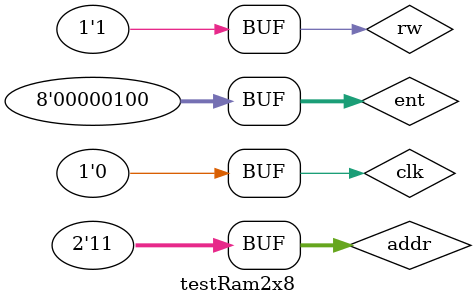
<source format=v>

`include"ram1x4.v"

module demux4s(output[3:0] s, input demuxIn, input[1:0] chave);
	reg[3:0] s;
	always@(chave or demuxIn)
	begin
		case(chave)
			2'b00 : begin s[0] = 1; s[3:1] = 3'b000; end
			2'b01 : begin s[1] = 1; s[0] = 0; s[3:2] = 2'b00; end
			2'b10 : begin s[2] = 1; s[1:0] = 2'b00; s[3] = 0 ;end
			2'b11 : begin s[3] = 1; s[2:0] = 3'b000;  end
		endcase
	end
endmodule

module demux4s8b(output[7:0] s0, output[7:0] s1, output[7:0] s2, output[7:0] s3, input[7:0] demuxIn, input[1:0] chave);
	reg[7:0] s0, s2, s1, s3;
	always@(demuxIn or chave)
	begin
		case(chave)
			2'b00 : s0 = demuxIn; 
			2'b01 : s1 = demuxIn;
			2'b10 : s2 = demuxIn;
			2'b11 : s3 = demuxIn;
		endcase
	end
endmodule

module mux4e8b(output[7:0] s, input[7:0] e0, input[7:0] e1, input[7:0] e2, input[7:0] e3, input[1:0] chave);
	reg[7:0] s;
	always@(chave or e0 or e1 or e2 or e3)
	begin
		case(chave)
			2'b00 : s = e0;
			2'b01 : s = e1;
			2'b10 : s = e2;
			2'b11 : s = e3;
		endcase
	end
endmodule

module ram4x8(output[7:0]s, input[1:0] addr, input rw, input clk, input[7:0] ent);
	wire[3:0] add;
	wire[7:0] s0, s1, s2, s3, ent0, ent1, ent2, ent3;
	
	demux4s8b DEMUX4S8B(ent0, ent1, ent2, ent3, ent, addr);
	demux4s DEMUX4S(add, 1'b1, addr);
	
	ram1x4 RAM1X4_0(s0[7:4], ent0[7:4], clk, rw, add[0]);
	ram1x4 RAM1X4_1(s0[3:0], ent0[3:0], clk, rw, add[0]);
	
	ram1x4 RAM1X4_2(s1[7:4], ent1[7:4], clk, rw, add[1]);
	ram1x4 RAM1X4_3(s1[3:0], ent1[3:0], clk, rw, add[1]);
	
	ram1x4 RAM1X4_4(s2[7:4], ent2[7:4], clk, rw, add[2]);
	ram1x4 RAM1X4_5(s2[3:0], ent2[3:0], clk, rw, add[2]);
	
	ram1x4 RAM1X4_6(s3[7:4], ent3[7:4], clk, rw, add[3]);
	ram1x4 RAM1X4_7(s3[3:0], ent3[3:0], clk, rw, add[3]);
	
	mux4e8b MUX4E8B(s, s0, s1, s2, s3, addr);
endmodule

module testRam2x8;
	wire[7:0] s;
	reg[7:0] ent;
	reg [1:0] addr;
	reg rw, clk;
	
	ram4x8 RAM4X8(s, addr, rw, clk, ent);
	initial begin
		$display("Exercicio04 - Átila Martins Silva Júnior - 449014");
		
		ent = 8'b00000000; addr = 2'b00; rw = 1; clk = 0; 
		
		$monitor("input: %b addr: %b output: %b",ent,addr,s);
		#4ent = 8'b00000001; clk = 1;
		#4clk = 0;
		ent = 8'b00000010; addr = 2'b01; clk = 1;
		#4clk = 0;
		ent = 8'b00000011; addr = 2'b10; clk = 1;
		#4clk = 0;
		ent = 8'b00000100; addr = 2'b11; clk = 1;
		#4clk = 0;
		#4addr = 2'b00;
		#4addr = 2'b01;
		#4addr = 2'b10;
		#4addr = 2'b11;
	end
endmodule
</source>
